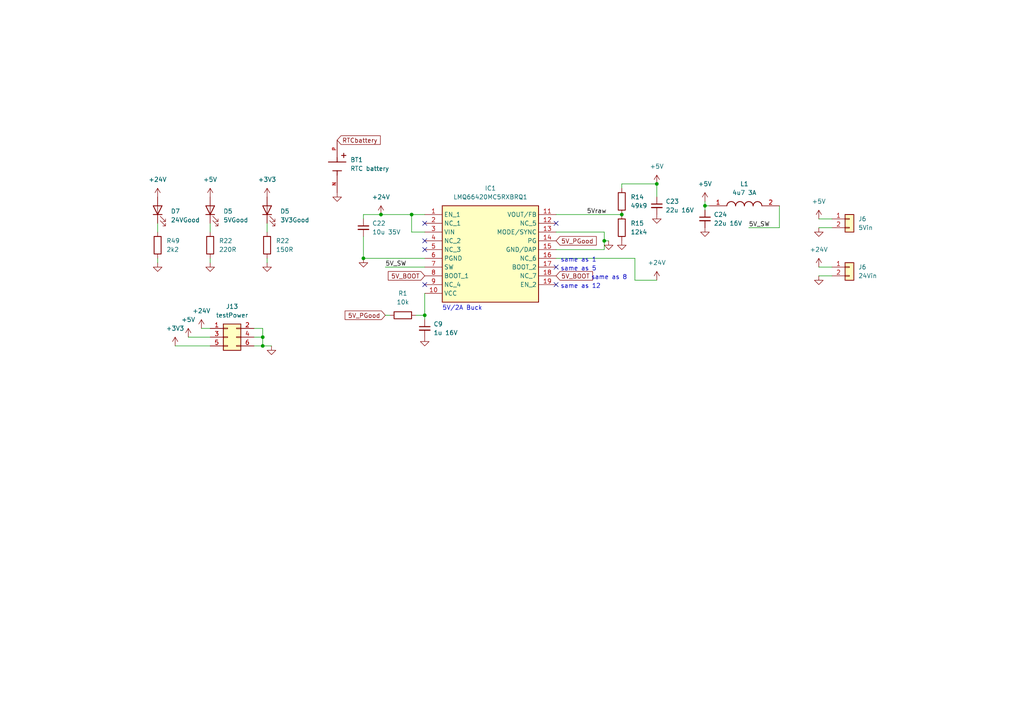
<source format=kicad_sch>
(kicad_sch (version 20230121) (generator eeschema)
  (paper "A4")
  (lib_symbols
    (symbol "Connector_Generic:Conn_01x02" (pin_names (offset 1.016) hide)
      (property "Reference" "J" (at 0 2.54 0))
      (property "Value" "Conn_01x02" (at 0 -5.08 0))
      (symbol "Conn_01x02_1_1"
        (rectangle (start -1.27 -2.413) (end 0 -2.667) (stroke (width 0.1524)))
        (rectangle (start -1.27 0.127) (end 0 -0.127) (stroke (width 0.1524)))
        (rectangle (start -1.27 1.27) (end 1.27 -3.81) (stroke (width 0.254)) (fill (type background)))
        (pin passive line (at -5.08 0 0) (length 3.81) (name "Pin_1") (number "1"))
        (pin passive line (at -5.08 -2.54 0) (length 3.81) (name "Pin_2") (number "2"))
      )
    )
    (symbol "Connector_Generic:Conn_02x03_Odd_Even" (pin_names (offset 1.016) hide)
      (property "Reference" "J" (at 1.27 5.08 0))
      (property "Value" "Conn_02x03_Odd_Even" (at 1.27 -5.08 0))
      (symbol "Conn_02x03_Odd_Even_1_1"
        (rectangle (start -1.27 -2.413) (end 0 -2.667) (stroke (width 0.1524)))
        (rectangle (start -1.27 0.127) (end 0 -0.127) (stroke (width 0.1524)))
        (rectangle (start -1.27 2.667) (end 0 2.413) (stroke (width 0.1524)))
        (rectangle (start -1.27 3.81) (end 3.81 -3.81) (stroke (width 0.254)) (fill (type background)))
        (rectangle (start 3.81 -2.413) (end 2.54 -2.667) (stroke (width 0.1524)))
        (rectangle (start 3.81 0.127) (end 2.54 -0.127) (stroke (width 0.1524)))
        (rectangle (start 3.81 2.667) (end 2.54 2.413) (stroke (width 0.1524)))
        (pin passive line (at -5.08 2.54 0) (length 3.81) (name "Pin_1") (number "1"))
        (pin passive line (at 7.62 2.54 180) (length 3.81) (name "Pin_2") (number "2"))
        (pin passive line (at -5.08 0 0) (length 3.81) (name "Pin_3") (number "3"))
        (pin passive line (at 7.62 0 180) (length 3.81) (name "Pin_4") (number "4"))
        (pin passive line (at -5.08 -2.54 0) (length 3.81) (name "Pin_5") (number "5"))
        (pin passive line (at 7.62 -2.54 180) (length 3.81) (name "Pin_6") (number "6"))
      )
    )
    (symbol "Device:C_Small" (pin_numbers hide) (pin_names (offset 0.254) hide)
      (property "Reference" "C" (at 0.254 1.778 0))
      (property "Value" "C_Small" (at 0.254 -2.032 0))
      (symbol "C_Small_0_1"
        (polyline (pts (xy -1.524 -0.508) (xy 1.524 -0.508)) (stroke (width 0.3302)))
        (polyline (pts (xy -1.524 0.508) (xy 1.524 0.508)) (stroke (width 0.3048)))
      )
      (symbol "C_Small_1_1"
        (pin passive line (at 0 2.54 270) (length 2.032) (name "~") (number "1"))
        (pin passive line (at 0 -2.54 90) (length 2.032) (name "~") (number "2"))
      )
    )
    (symbol "Device:LED" (pin_numbers hide) (pin_names (offset 1.016) hide)
      (property "Reference" "D" (at 0 2.54 0))
      (property "Value" "LED" (at 0 -2.54 0))
      (symbol "LED_0_1"
        (polyline (pts (xy -1.27 -1.27) (xy -1.27 1.27)) (stroke (width 0.254)))
        (polyline (pts (xy -1.27 0) (xy 1.27 0)))
        (polyline (pts (xy 1.27 -1.27) (xy 1.27 1.27) (xy -1.27 0) (xy 1.27 -1.27)) (stroke (width 0.254)))
        (polyline (pts (xy -3.048 -0.762) (xy -4.572 -2.286) (xy -3.81 -2.286) (xy -4.572 -2.286) (xy -4.572 -1.524)))
        (polyline (pts (xy -1.778 -0.762) (xy -3.302 -2.286) (xy -2.54 -2.286) (xy -3.302 -2.286) (xy -3.302 -1.524)))
      )
      (symbol "LED_1_1"
        (pin passive line (at -3.81 0 0) (length 2.54) (name "K") (number "1"))
        (pin passive line (at 3.81 0 180) (length 2.54) (name "A") (number "2"))
      )
    )
    (symbol "Device:R" (pin_numbers hide) (pin_names (offset 0))
      (property "Reference" "R" (at 2.032 0 90))
      (property "Value" "R" (at 0 0 90))
      (symbol "R_0_1"
        (rectangle (start -1.016 -2.54) (end 1.016 2.54) (stroke (width 0.254)))
      )
      (symbol "R_1_1"
        (pin passive line (at 0 3.81 270) (length 1.27) (name "~") (number "1"))
        (pin passive line (at 0 -3.81 90) (length 1.27) (name "~") (number "2"))
      )
    )
    (symbol "SamacSys_Parts:LMQ66420MC5RXBRQ1"
      (property "Reference" "IC" (at 34.29 7.62 0))
      (property "Value" "LMQ66420MC5RXBRQ1" (at 34.29 5.08 0))
      (symbol "LMQ66420MC5RXBRQ1_1_1"
        (rectangle (start 5.08 2.54) (end 33.02 -25.4) (stroke (width 0.254)) (fill (type background)))
        (pin passive line (at 0 0 0) (length 5.08) (name "EN_1") (number "1"))
        (pin passive line (at 0 -22.86 0) (length 5.08) (name "VCC") (number "10"))
        (pin passive line (at 38.1 0 180) (length 5.08) (name "VOUT/FB") (number "11"))
        (pin passive line (at 38.1 -2.54 180) (length 5.08) (name "NC_5") (number "12"))
        (pin passive line (at 38.1 -5.08 180) (length 5.08) (name "MODE/SYNC") (number "13"))
        (pin passive line (at 38.1 -7.62 180) (length 5.08) (name "PG") (number "14"))
        (pin passive line (at 38.1 -10.16 180) (length 5.08) (name "GND/DAP") (number "15"))
        (pin passive line (at 38.1 -12.7 180) (length 5.08) (name "NC_6") (number "16"))
        (pin passive line (at 38.1 -15.24 180) (length 5.08) (name "BOOT_2") (number "17"))
        (pin passive line (at 38.1 -17.78 180) (length 5.08) (name "NC_7") (number "18"))
        (pin passive line (at 38.1 -20.32 180) (length 5.08) (name "EN_2") (number "19"))
        (pin passive line (at 0 -2.54 0) (length 5.08) (name "NC_1") (number "2"))
        (pin passive line (at 0 -5.08 0) (length 5.08) (name "VIN") (number "3"))
        (pin passive line (at 0 -7.62 0) (length 5.08) (name "NC_2") (number "4"))
        (pin passive line (at 0 -10.16 0) (length 5.08) (name "NC_3") (number "5"))
        (pin passive line (at 0 -12.7 0) (length 5.08) (name "PGND") (number "6"))
        (pin passive line (at 0 -15.24 0) (length 5.08) (name "SW") (number "7"))
        (pin passive line (at 0 -17.78 0) (length 5.08) (name "BOOT_1") (number "8"))
        (pin passive line (at 0 -20.32 0) (length 5.08) (name "NC_4") (number "9"))
      )
    )
    (symbol "SamacSys_Parts:SRP5030WA-2R2M" (pin_names hide)
      (property "Reference" "L" (at 16.51 6.35 0))
      (property "Value" "SRP5030WA-2R2M" (at 16.51 3.81 0))
      (symbol "SRP5030WA-2R2M_1_1"
        (arc (start 7.62 0) (mid 6.35 1.219) (end 5.08 0) (stroke (width 0.254)))
        (arc (start 10.16 0) (mid 8.89 1.219) (end 7.62 0) (stroke (width 0.254)))
        (arc (start 12.7 0) (mid 11.43 1.219) (end 10.16 0) (stroke (width 0.254)))
        (arc (start 15.24 0) (mid 13.97 1.219) (end 12.7 0) (stroke (width 0.254)))
        (pin passive line (at 0 0 0) (length 5.08) (name "1") (number "1"))
        (pin passive line (at 20.32 0 180) (length 5.08) (name "2") (number "2"))
      )
    )
    (symbol "nturt_kicad_lib:1056" (pin_names (offset 1.016))
      (property "Reference" "BT" (at -3.81 3.81 0))
      (property "Value" "1056" (at -3.81 -5.08 0))
      (symbol "1056_0_0"
        (polyline (pts (xy -3.81 1.905) (xy -2.54 1.905)) (stroke (width 0.254)))
        (polyline (pts (xy -3.175 2.54) (xy -3.175 1.27)) (stroke (width 0.254)))
        (polyline (pts (xy -1.27 0) (xy -2.54 0)) (stroke (width 0.254)))
        (polyline (pts (xy -1.27 0) (xy -1.27 -2.54)) (stroke (width 0.254)))
        (polyline (pts (xy -1.27 2.54) (xy -1.27 0)) (stroke (width 0.254)))
        (polyline (pts (xy 1.27 0) (xy 1.27 -1.27)) (stroke (width 0.254)))
        (polyline (pts (xy 1.27 0) (xy 2.54 0)) (stroke (width 0.254)))
        (polyline (pts (xy 1.27 1.27) (xy 1.27 0)) (stroke (width 0.254)))
        (pin passive line (at 7.62 0 180) (length 5.08) (name "~") (number "N"))
        (pin passive line (at -7.62 0 0) (length 5.08) (name "~") (number "P"))
      )
    )
    (symbol "power:+24V" (power) (pin_names (offset 0))
      (property "Value" "+24V" (at 0 3.556 0))
      (symbol "+24V_0_1"
        (polyline (pts (xy -0.762 1.27) (xy 0 2.54)))
        (polyline (pts (xy 0 0) (xy 0 2.54)))
        (polyline (pts (xy 0 2.54) (xy 0.762 1.27)))
      )
      (symbol "+24V_1_1"
        (pin power_in line (at 0 0 90) (length 0) hide (name "+24V") (number "1"))
      )
    )
    (symbol "power:+3V3" (power) (pin_names (offset 0))
      (property "Value" "+3V3" (at 0 3.556 0))
      (symbol "+3V3_0_1"
        (polyline (pts (xy -0.762 1.27) (xy 0 2.54)))
        (polyline (pts (xy 0 0) (xy 0 2.54)))
        (polyline (pts (xy 0 2.54) (xy 0.762 1.27)))
      )
      (symbol "+3V3_1_1"
        (pin power_in line (at 0 0 90) (length 0) hide (name "+3V3") (number "1"))
      )
    )
    (symbol "power:+5V" (power) (pin_names (offset 0))
      (property "Value" "+5V" (at 0 3.556 0))
      (symbol "+5V_0_1"
        (polyline (pts (xy -0.762 1.27) (xy 0 2.54)))
        (polyline (pts (xy 0 0) (xy 0 2.54)))
        (polyline (pts (xy 0 2.54) (xy 0.762 1.27)))
      )
      (symbol "+5V_1_1"
        (pin power_in line (at 0 0 90) (length 0) hide (name "+5V") (number "1"))
      )
    )
    (symbol "power:GND" (power) (pin_names (offset 0))
      (property "Value" "GND" (at 0 -3.81 0))
      (symbol "GND_0_1"
        (polyline (pts (xy 0 0) (xy 0 -1.27) (xy 1.27 -1.27) (xy 0 -2.54) (xy -1.27 -1.27) (xy 0 -1.27)))
      )
      (symbol "GND_1_1"
        (pin power_in line (at 0 0 270) (length 0) hide (name "GND") (number "1"))
      )
    )
  )
  (junction (at 105.41 74.93))
  (junction (at 76.2 97.79))
  (junction (at 119.38 62.23))
  (junction (at 110.49 62.23))
  (junction (at 180.34 62.23))
  (junction (at 204.47 59.69))
  (junction (at 123.19 91.44))
  (junction (at 175.26 69.85))
  (junction (at 190.5 53.34))
  (junction (at 76.2 100.33))
  (no_connect (at 123.19 64.77))
  (no_connect (at 123.19 72.39))
  (no_connect (at 161.29 82.55))
  (no_connect (at 161.29 64.77))
  (no_connect (at 123.19 82.55))
  (no_connect (at 123.19 69.85))
  (no_connect (at 161.29 77.47))
  (wire (pts (xy 119.38 62.23) (xy 123.19 62.23)))
  (wire (pts (xy 226.06 66.04) (xy 226.06 59.69)))
  (wire (pts (xy 54.61 97.79) (xy 60.96 97.79)))
  (wire (pts (xy 180.34 53.34) (xy 180.34 54.61)))
  (wire (pts (xy 45.72 67.31) (xy 45.72 64.77)))
  (wire (pts (xy 217.17 66.04) (xy 226.06 66.04)))
  (wire (pts (xy 73.66 95.25) (xy 76.2 95.25)))
  (wire (pts (xy 237.49 77.47) (xy 241.3 77.47)))
  (wire (pts (xy 105.41 62.23) (xy 110.49 62.23)))
  (wire (pts (xy 105.41 63.5) (xy 105.41 62.23)))
  (wire (pts (xy 76.2 100.33) (xy 73.66 100.33)))
  (wire (pts (xy 73.66 97.79) (xy 76.2 97.79)))
  (wire (pts (xy 110.49 62.23) (xy 119.38 62.23)))
  (wire (pts (xy 111.76 77.47) (xy 123.19 77.47)))
  (wire (pts (xy 237.49 80.01) (xy 241.3 80.01)))
  (wire (pts (xy 161.29 62.23) (xy 180.34 62.23)))
  (wire (pts (xy 58.42 95.25) (xy 60.96 95.25)))
  (wire (pts (xy 175.26 69.85) (xy 175.26 72.39)))
  (wire (pts (xy 175.26 67.31) (xy 175.26 69.85)))
  (wire (pts (xy 78.74 100.33) (xy 76.2 100.33)))
  (wire (pts (xy 105.41 74.93) (xy 123.19 74.93)))
  (wire (pts (xy 123.19 67.31) (xy 119.38 67.31)))
  (wire (pts (xy 60.96 76.2) (xy 60.96 74.93)))
  (wire (pts (xy 161.29 72.39) (xy 175.26 72.39)))
  (wire (pts (xy 205.74 59.69) (xy 204.47 59.69)))
  (wire (pts (xy 190.5 53.34) (xy 180.34 53.34)))
  (wire (pts (xy 60.96 67.31) (xy 60.96 64.77)))
  (wire (pts (xy 77.47 76.2) (xy 77.47 74.93)))
  (wire (pts (xy 190.5 81.28) (xy 184.15 81.28)))
  (wire (pts (xy 184.15 74.93) (xy 161.29 74.93)))
  (wire (pts (xy 105.41 68.58) (xy 105.41 74.93)))
  (wire (pts (xy 123.19 91.44) (xy 123.19 92.71)))
  (wire (pts (xy 76.2 97.79) (xy 76.2 100.33)))
  (wire (pts (xy 120.65 91.44) (xy 123.19 91.44)))
  (wire (pts (xy 77.47 67.31) (xy 77.47 64.77)))
  (wire (pts (xy 237.49 63.5) (xy 241.3 63.5)))
  (wire (pts (xy 119.38 67.31) (xy 119.38 62.23)))
  (wire (pts (xy 190.5 53.34) (xy 190.5 57.15)))
  (wire (pts (xy 50.8 100.33) (xy 60.96 100.33)))
  (wire (pts (xy 237.49 66.04) (xy 241.3 66.04)))
  (wire (pts (xy 184.15 81.28) (xy 184.15 74.93)))
  (wire (pts (xy 161.29 67.31) (xy 175.26 67.31)))
  (wire (pts (xy 123.19 85.09) (xy 123.19 91.44)))
  (wire (pts (xy 111.76 91.44) (xy 113.03 91.44)))
  (wire (pts (xy 76.2 95.25) (xy 76.2 97.79)))
  (wire (pts (xy 45.72 76.2) (xy 45.72 74.93)))
  (wire (pts (xy 204.47 58.42) (xy 204.47 59.69)))
  (wire (pts (xy 204.47 60.96) (xy 204.47 59.69)))
  (wire (pts (xy 176.53 69.85) (xy 175.26 69.85)))
  (text "same as 12" (at 162.56 83.82 0) (effects (font (size 1.27 1.27)) (justify left bottom)))
  (text "same as 8" (at 171.45 81.28 0) (effects (font (size 1.27 1.27)) (justify left bottom)))
  (text "5V/2A Buck" (at 128.27 90.17 0) (effects (font (size 1.27 1.27)) (justify left bottom)))
  (text "same as 1" (at 162.56 76.2 0) (effects (font (size 1.27 1.27)) (justify left bottom)))
  (text "same as 5" (at 162.56 78.74 0) (effects (font (size 1.27 1.27)) (justify left bottom)))
  (label "5V_SW" (at 111.76 77.47 0))
  (label "5Vraw" (at 170.18 62.23 0))
  (label "5V_SW" (at 217.17 66.04 0))
  (global_label "5V_BOOT" (shape input) (at 123.19 80.01 180) (property "Intersheetrefs" "${INTERSHEET_REFS}" (effects hide)))
  (global_label "5V_PGood" (shape input) (at 111.76 91.44 180) (property "Intersheetrefs" "${INTERSHEET_REFS}" (effects hide)))
  (global_label "RTCbattery" (shape input) (at 97.79 40.64 0) (property "Intersheetrefs" "${INTERSHEET_REFS}" (effects hide)))
  (global_label "5V_PGood" (shape input) (at 161.29 69.85 0) (property "Intersheetrefs" "${INTERSHEET_REFS}" (effects hide)))
  (global_label "5V_BOOT" (shape input) (at 161.29 80.01 0) (property "Intersheetrefs" "${INTERSHEET_REFS}" (effects hide)))
  (symbol (lib_id "power:GND") (at 237.49 66.04 0) (mirror y) (unit 1)
    (property "Reference" "#PWR036" (effects hide))
    (property "Value" "GND" (effects hide))
    (instances (project "rearbox_nucleo_1" (path "" (reference "#PWR036") (unit 1)) (path "" (reference "#PWR039") (unit 1))) (project "RpiHat" (path "" (reference "#PWR06") (unit 1)) (path "" (reference "#PWR017") (unit 1))))
  )
  (symbol (lib_id "power:GND") (at 176.53 69.85 0) (unit 1)
    (property "Reference" "#PWR079" (effects hide))
    (property "Value" "GND" (effects hide))
    (instances (project "rearbox_nucleo_1" (path "" (reference "#PWR079") (unit 1))) (project "RpiHat" (path "" (reference "#PWR033") (unit 1)) (path "" (reference "#PWR018") (unit 1))) (project "BMS_MASTER_STM32F105RC" (path "" (reference "#PWR023") (unit 1))) (project "power board" (path "" (reference "#PWR011") (unit 1)) (path "" (reference "#PWR012") (unit 1))))
  )
  (symbol (lib_id "power:GND") (at 105.41 74.93 0) (unit 1)
    (property "Reference" "#PWR024" (effects hide))
    (property "Value" "GND" (effects hide))
    (instances (project "rearbox_nucleo_1" (path "" (reference "#PWR024") (unit 1))) (project "RpiHat" (path "" (reference "#PWR035") (unit 1)) (path "" (reference "#PWR020") (unit 1))) (project "BMS_MASTER_STM32F105RC" (path "" (reference "#PWR018") (unit 1))) (project "power board" (path "" (reference "#PWR014") (unit 1)) (path "" (reference "#PWR014") (unit 1))))
  )
  (symbol (lib_id "power:+5V") (at 237.49 63.5 0) (unit 1)
    (property "Reference" "#PWR038" (effects hide))
    (property "Value" "+5V" (at 237.49 58.42 0))
    (instances (project "rearbox_nucleo_1" (path "" (reference "#PWR038") (unit 1))) (project "RpiHat" (path "" (reference "#PWR029") (unit 1)) (path "" (reference "#PWR015") (unit 1))) (project "BMS_MASTER_STM32F105RC" (path "" (reference "#PWR026") (unit 1))) (project "power board" (path "" (reference "#PWR04") (unit 1)) (path "" (reference "#PWR04") (unit 1))))
  )
  (symbol (lib_id "power:GND") (at 77.47 76.2 0) (unit 1)
    (property "Reference" "#PWR0104" (effects hide))
    (property "Value" "GND" (effects hide))
    (instances (project "rearbox_nucleo_1" (path "" (reference "#PWR0104") (unit 1)) (path "" (reference "#PWR0128") (unit 1))) (project "RpiHat" (path "" (reference "#PWR016") (unit 1)) (path "" (reference "#PWR029") (unit 1))) (project "BMS_MASTER_STM32F105RC" (path "" (reference "#PWR080") (unit 1))))
  )
  (symbol (lib_id "Device:R") (at 77.47 71.12 0) (unit 1)
    (property "Reference" "R22" (at 80.01 69.85 0) (effects (justify left)))
    (property "Value" "150R" (at 80.01 72.39 0) (effects (justify left)))
    (property "Footprint" "Resistor_SMD:R_0603_1608Metric" (effects hide))
    (instances (project "rearbox_nucleo_1" (path "" (reference "R22") (unit 1)) (path "" (reference "R23") (unit 1))) (project "RpiHat" (path "" (reference "R3") (unit 1)) (path "" (reference "R7") (unit 1))) (project "BMS_MASTER_STM32F105RC" (path "" (reference "R17") (unit 1))))
  )
  (symbol (lib_id "power:+5V") (at 190.5 53.34 0) (unit 1)
    (property "Reference" "#PWR095" (effects hide))
    (property "Value" "+5V" (at 190.5 48.26 0))
    (instances (project "rearbox_nucleo_1" (path "" (reference "#PWR095") (unit 1))) (project "RpiHat" (path "" (reference "#PWR028") (unit 1)) (path "" (reference "#PWR04") (unit 1))) (project "BMS_MASTER_STM32F105RC" (path "" (reference "#PWR026") (unit 1))) (project "power board" (path "" (reference "#PWR01") (unit 1)) (path "" (reference "#PWR01") (unit 1))))
  )
  (symbol (lib_id "power:+24V") (at 45.72 57.15 0) (unit 1)
    (property "Reference" "#PWR0107" (effects hide))
    (property "Value" "+24V" (at 45.72 52.07 0))
    (instances (project "rearbox_nucleo_1" (path "" (reference "#PWR0107") (unit 1)) (path "" (reference "#PWR0100") (unit 1)) (path "" (reference "#PWR018") (unit 1))) (project "RpiHat" (path "" (reference "#PWR011") (unit 1)) (path "" (reference "#PWR05") (unit 1))))
  )
  (symbol (lib_id "power:+24V") (at 110.49 62.23 0) (unit 1)
    (property "Reference" "#PWR0107" (effects hide))
    (property "Value" "+24V" (at 110.49 57.15 0))
    (instances (project "rearbox_nucleo_1" (path "" (reference "#PWR0107") (unit 1)) (path "" (reference "#PWR019") (unit 1))) (project "RpiHat" (path "" (reference "#PWR030") (unit 1)) (path "" (reference "#PWR013") (unit 1))) (project "power board" (path "" (reference "#PWR06") (unit 1)) (path "" (reference "#PWR06") (unit 1))))
  )
  (symbol (lib_id "power:+5V") (at 204.47 58.42 0) (unit 1)
    (property "Reference" "#PWR038" (effects hide))
    (property "Value" "+5V" (at 204.47 53.34 0))
    (instances (project "rearbox_nucleo_1" (path "" (reference "#PWR038") (unit 1))) (project "RpiHat" (path "" (reference "#PWR029") (unit 1)) (path "" (reference "#PWR011") (unit 1))) (project "BMS_MASTER_STM32F105RC" (path "" (reference "#PWR026") (unit 1))) (project "power board" (path "" (reference "#PWR04") (unit 1)) (path "" (reference "#PWR04") (unit 1))))
  )
  (symbol (lib_id "power:GND") (at 180.34 69.85 0) (unit 1)
    (property "Reference" "#PWR087" (effects hide))
    (property "Value" "GND" (effects hide))
    (instances (project "rearbox_nucleo_1" (path "" (reference "#PWR087") (unit 1))) (project "RpiHat" (path "" (reference "#PWR034") (unit 1)) (path "" (reference "#PWR019") (unit 1))) (project "BMS_MASTER_STM32F105RC" (path "" (reference "#PWR020") (unit 1))) (project "power board" (path "" (reference "#PWR012") (unit 1)) (path "" (reference "#PWR013") (unit 1))))
  )
  (symbol (lib_id "Device:C_Small") (at 190.5 59.69 0) (unit 1)
    (property "Reference" "C23" (at 193.04 58.4263 0) (effects (justify left)))
    (property "Value" "22u 16V" (at 193.04 60.9663 0) (effects (justify left)))
    (property "Footprint" "Capacitor_SMD:C_1206_3216Metric" (effects hide))
    (instances (project "rearbox_nucleo_1" (path "" (reference "C23") (unit 1))) (project "RpiHat" (path "" (reference "C4") (unit 1)) (path "" (reference "C4") (unit 1))) (project "power board" (path "" (reference "C4") (unit 1)) (path "" (reference "C4") (unit 1))))
  )
  (symbol (lib_id "power:GND") (at 97.79 55.88 0) (unit 1)
    (property "Reference" "#PWR088" (effects hide))
    (property "Value" "GND" (effects hide))
    (instances (project "rearbox_nucleo_1" (path "" (reference "#PWR088") (unit 1))) (project "RpiHat" (path "" (reference "#PWR021") (unit 1)) (path "" (reference "#PWR012") (unit 1))))
  )
  (symbol (lib_id "Device:LED") (at 60.96 60.96 90) (unit 1)
    (property "Reference" "D5" (at 64.77 61.2775 90) (effects (justify right)))
    (property "Value" "5VGood" (at 64.77 63.8175 90) (effects (justify right)))
    (property "Footprint" "LED_SMD:LED_0603_1608Metric" (effects hide))
    (instances (project "rearbox_nucleo_1" (path "" (reference "D5") (unit 1)) (path "" (reference "D7") (unit 1))) (project "RpiHat" (path "" (reference "D3") (unit 1)) (path "" (reference "D3") (unit 1))) (project "BMS_MASTER_STM32F105RC" (path "" (reference "D1") (unit 1))))
  )
  (symbol (lib_id "power:+3V3") (at 50.8 100.33 0) (unit 1)
    (property "Reference" "#PWR014" (effects hide))
    (property "Value" "+3V3" (at 50.8 95.25 0))
    (instances (project "rearbox_nucleo_1" (path "" (reference "#PWR014") (unit 1))) (project "RpiHat" (path "" (reference "#PWR019") (unit 1)) (path "" (reference "#PWR036") (unit 1))))
  )
  (symbol (lib_id "power:+24V") (at 237.49 77.47 0) (mirror y) (unit 1)
    (property "Reference" "#PWR035" (effects hide))
    (property "Value" "+24V" (at 237.49 72.39 0))
    (instances (project "rearbox_nucleo_1" (path "" (reference "#PWR035") (unit 1)) (path "" (reference "#PWR040") (unit 1))) (project "RpiHat" (path "" (reference "#PWR05") (unit 1)) (path "" (reference "#PWR030") (unit 1))))
  )
  (symbol (lib_id "power:GND") (at 190.5 62.23 0) (unit 1)
    (property "Reference" "#PWR096" (effects hide))
    (property "Value" "GND" (effects hide))
    (instances (project "rearbox_nucleo_1" (path "" (reference "#PWR096") (unit 1))) (project "RpiHat" (path "" (reference "#PWR031") (unit 1)) (path "" (reference "#PWR014") (unit 1))) (project "BMS_MASTER_STM32F105RC" (path "" (reference "#PWR025") (unit 1))) (project "power board" (path "" (reference "#PWR013") (unit 1)) (path "" (reference "#PWR010") (unit 1))))
  )
  (symbol (lib_id "SamacSys_Parts:SRP5030WA-2R2M") (at 205.74 59.69 0) (unit 1)
    (property "Reference" "L1" (at 215.9 53.34 0))
    (property "Value" "4u7 3A" (at 215.9 55.88 0))
    (property "Footprint" "SamacSys_Parts:INDPM5552X300N" (effects hide))
    (property "Datasheet" "https://g.componentsearchengine.com/Datasheets/0/17601779.pdf" (effects hide))
    (property "Height" "3" (effects hide))
    (property "Mouser Part Number" "652-SRP5030WA-2R2M" (effects hide))
    (property "Mouser Price/Stock" "https://www.mouser.co.uk/ProductDetail/Bourns/SRP5030WA-2R2M?qs=9vOqFld9vZVq3RBIMMlcwg%3D%3D" (effects hide))
    (property "Manufacturer_Name" "Bourns" (effects hide))
    (property "Manufacturer_Part_Number" "SRP5030WA-2R2M" (effects hide))
  )
  (symbol (lib_id "Device:R") (at 45.72 71.12 0) (unit 1)
    (property "Reference" "R49" (at 48.26 69.85 0) (effects (justify left)))
    (property "Value" "2k2" (at 48.26 72.39 0) (effects (justify left)))
    (property "Footprint" "Resistor_SMD:R_0805_2012Metric" (effects hide))
    (instances (project "rearbox_nucleo_1" (path "" (reference "R49") (unit 1)) (path "" (reference "R21") (unit 1))) (project "RpiHat" (path "" (reference "R1") (unit 1)) (path "" (reference "R3") (unit 1))) (project "BMS_MASTER_STM32F105RC" (path "" (reference "R17") (unit 1))))
  )
  (symbol (lib_id "Device:R") (at 180.34 66.04 0) (unit 1)
    (property "Reference" "R15" (at 182.88 64.77 0) (effects (justify left)))
    (property "Value" "12k4" (at 182.88 67.31 0) (effects (justify left)))
    (property "Footprint" "Resistor_SMD:R_0603_1608Metric" (effects hide))
    (instances (project "rearbox_nucleo_1" (path "" (reference "R15") (unit 1))) (project "RpiHat" (path "" (reference "R7") (unit 1)) (path "" (reference "R2") (unit 1))) (project "BMS_MASTER_STM32F105RC" (path "" (reference "R2") (unit 1))) (project "power board" (path "" (reference "R4") (unit 1)) (path "" (reference "R4") (unit 1))))
  )
  (symbol (lib_id "power:GND") (at 123.19 97.79 0) (unit 1)
    (property "Reference" "#PWR067" (effects hide))
    (property "Value" "GND" (effects hide))
    (instances (project "rearbox_nucleo_1" (path "" (reference "#PWR067") (unit 1))) (project "RpiHat" (path "" (reference "#PWR037") (unit 1)) (path "" (reference "#PWR035") (unit 1))) (project "BMS_MASTER_STM32F105RC" (path "" (reference "#PWR017") (unit 1))) (project "power board" (path "" (reference "#PWR021") (unit 1)) (path "" (reference "#PWR021") (unit 1))))
  )
  (symbol (lib_id "power:GND") (at 45.72 76.2 0) (unit 1)
    (property "Reference" "#PWR093" (effects hide))
    (property "Value" "GND" (effects hide))
    (instances (project "rearbox_nucleo_1" (path "" (reference "#PWR093") (unit 1)) (path "" (reference "#PWR023") (unit 1))) (project "RpiHat" (path "" (reference "#PWR014") (unit 1)) (path "" (reference "#PWR021") (unit 1))) (project "BMS_MASTER_STM32F105RC" (path "" (reference "#PWR080") (unit 1))))
  )
  (symbol (lib_id "Device:LED") (at 77.47 60.96 90) (unit 1)
    (property "Reference" "D5" (at 81.28 61.2775 90) (effects (justify right)))
    (property "Value" "3V3Good" (at 81.28 63.8175 90) (effects (justify right)))
    (property "Footprint" "LED_SMD:LED_0603_1608Metric" (effects hide))
    (instances (project "rearbox_nucleo_1" (path "" (reference "D5") (unit 1)) (path "" (reference "D9") (unit 1))) (project "RpiHat" (path "" (reference "D4") (unit 1)) (path "" (reference "D4") (unit 1))) (project "BMS_MASTER_STM32F105RC" (path "" (reference "D1") (unit 1))))
  )
  (symbol (lib_id "power:GND") (at 60.96 76.2 0) (unit 1)
    (property "Reference" "#PWR0104" (effects hide))
    (property "Value" "GND" (effects hide))
    (instances (project "rearbox_nucleo_1" (path "" (reference "#PWR0104") (unit 1)) (path "" (reference "#PWR0100") (unit 1))) (project "RpiHat" (path "" (reference "#PWR015") (unit 1)) (path "" (reference "#PWR028") (unit 1))) (project "BMS_MASTER_STM32F105RC" (path "" (reference "#PWR080") (unit 1))))
  )
  (symbol (lib_id "power:+24V") (at 58.42 95.25 0) (unit 1)
    (property "Reference" "#PWR015" (effects hide))
    (property "Value" "+24V" (at 58.42 90.17 0))
    (instances (project "rearbox_nucleo_1" (path "" (reference "#PWR015") (unit 1))) (project "RpiHat" (path "" (reference "#PWR017") (unit 1)) (path "" (reference "#PWR033") (unit 1))))
  )
  (symbol (lib_id "Connector_Generic:Conn_01x02") (at 246.38 77.47 0) (unit 1)
    (property "Reference" "J6" (at 248.92 77.47 0) (effects (justify left)))
    (property "Value" "24Vin" (at 248.92 80.01 0) (effects (justify left)))
    (property "Footprint" "Connector_JST:JST_XH_S2B-XH-A_1x02_P2.50mm_Horizontal" (effects hide))
    (instances (project "rearbox_nucleo_1" (path "" (reference "J6") (unit 1)) (path "" (reference "J6") (unit 1))) (project "RpiHat" (path "" (reference "J4") (unit 1)) (path "" (reference "J4") (unit 1))))
  )
  (symbol (lib_id "Device:R") (at 180.34 58.42 0) (unit 1)
    (property "Reference" "R14" (at 182.88 57.15 0) (effects (justify left)))
    (property "Value" "49k9" (at 182.88 59.69 0) (effects (justify left)))
    (property "Footprint" "Resistor_SMD:R_0603_1608Metric" (effects hide))
    (instances (project "rearbox_nucleo_1" (path "" (reference "R14") (unit 1))) (project "RpiHat" (path "" (reference "R6") (unit 1)) (path "" (reference "R1") (unit 1))) (project "BMS_MASTER_STM32F105RC" (path "" (reference "R1") (unit 1))) (project "power board" (path "" (reference "R1") (unit 1)) (path "" (reference "R1") (unit 1))))
  )
  (symbol (lib_id "nturt_kicad_lib:1056") (at 97.79 48.26 270) (unit 1)
    (property "Reference" "BT1" (at 101.6 46.355 90) (effects (justify left)))
    (property "Value" "RTC battery" (at 101.6 48.895 90) (effects (justify left)))
    (property "Footprint" "nturt_kicad_lib:BAT_1056" (effects hide))
    (property "PARTREV" "D" (effects hide))
    (property "STANDARD" "Manufacturer Recommendations" (effects hide))
    (property "SNAPEDA_PN" "1056" (effects hide))
    (property "MAXIMUM_PACKAGE_HEIGHT" "3.99mm" (effects hide))
    (property "MANUFACTURER" "Keystone" (effects hide))
  )
  (symbol (lib_id "Connector_Generic:Conn_01x02") (at 246.38 63.5 0) (unit 1)
    (property "Reference" "J6" (at 248.92 63.5 0) (effects (justify left)))
    (property "Value" "5Vin" (at 248.92 66.04 0) (effects (justify left)))
    (property "Footprint" "Connector_JST:JST_XH_S2B-XH-A_1x02_P2.50mm_Horizontal" (effects hide))
    (instances (project "rearbox_nucleo_1" (path "" (reference "J6") (unit 1)) (path "" (reference "J6") (unit 1))) (project "RpiHat" (path "" (reference "J3") (unit 1)) (path "" (reference "J3") (unit 1))))
  )
  (symbol (lib_id "power:GND") (at 78.74 100.33 0) (unit 1)
    (property "Reference" "#PWR011" (effects hide))
    (property "Value" "GND" (effects hide))
    (instances (project "rearbox_nucleo_1" (path "" (reference "#PWR011") (unit 1))) (project "RpiHat" (path "" (reference "#PWR020") (unit 1)) (path "" (reference "#PWR037") (unit 1))))
  )
  (symbol (lib_id "power:+5V") (at 54.61 97.79 0) (unit 1)
    (property "Reference" "#PWR010" (effects hide))
    (property "Value" "+5V" (at 54.61 92.71 0))
    (instances (project "rearbox_nucleo_1" (path "" (reference "#PWR010") (unit 1))) (project "RpiHat" (path "" (reference "#PWR018") (unit 1)) (path "" (reference "#PWR034") (unit 1))))
  )
  (symbol (lib_id "SamacSys_Parts:LMQ66420MC5RXBRQ1") (at 123.19 62.23 0) (unit 1)
    (property "Reference" "IC1" (at 142.24 54.61 0))
    (property "Value" "LMQ66420MC5RXBRQ1" (at 142.24 57.15 0))
    (property "Footprint" "SamacSys_Parts:LMR66430R5RXBR" (effects hide))
    (property "Datasheet" "https://www.ti.com/lit/gpn/lmq66420-q1?HQS=ti-null-null-sf-df-pf-sep-wwe&DCM=yes?hkey=EF798316E3902B6ED9A73243A3159BB0" (effects hide))
    (property "Height" "1.05" (effects hide))
    (property "Manufacturer_Name" "Texas Instruments" (effects hide))
    (property "Manufacturer_Part_Number" "LMQ66420MC5RXBRQ1" (effects hide))
    (property "Mouser Part Number" "595-MQ66420MC5RXBRQ1" (effects hide))
    (property "Mouser Price/Stock" "https://www.mouser.co.uk/ProductDetail/Texas-Instruments/LMQ66420MC5RXBRQ1?qs=1Kr7Jg1SGW%2FJb4To9Gytbg%3D%3D" (effects hide))
  )
  (symbol (lib_id "power:GND") (at 237.49 80.01 0) (mirror y) (unit 1)
    (property "Reference" "#PWR036" (effects hide))
    (property "Value" "GND" (effects hide))
    (instances (project "rearbox_nucleo_1" (path "" (reference "#PWR036") (unit 1)) (path "" (reference "#PWR039") (unit 1))) (project "RpiHat" (path "" (reference "#PWR07") (unit 1)) (path "" (reference "#PWR031") (unit 1))))
  )
  (symbol (lib_id "Device:R") (at 60.96 71.12 0) (unit 1)
    (property "Reference" "R22" (at 63.5 69.85 0) (effects (justify left)))
    (property "Value" "220R" (at 63.5 72.39 0) (effects (justify left)))
    (property "Footprint" "Resistor_SMD:R_0603_1608Metric" (effects hide))
    (instances (project "rearbox_nucleo_1" (path "" (reference "R22") (unit 1)) (path "" (reference "R22") (unit 1))) (project "RpiHat" (path "" (reference "R2") (unit 1)) (path "" (reference "R6") (unit 1))) (project "BMS_MASTER_STM32F105RC" (path "" (reference "R17") (unit 1))))
  )
  (symbol (lib_id "power:GND") (at 204.47 66.04 0) (unit 1)
    (property "Reference" "#PWR089" (effects hide))
    (property "Value" "GND" (effects hide))
    (instances (project "rearbox_nucleo_1" (path "" (reference "#PWR089") (unit 1))) (project "RpiHat" (path "" (reference "#PWR032") (unit 1)) (path "" (reference "#PWR016") (unit 1))) (project "BMS_MASTER_STM32F105RC" (path "" (reference "#PWR022") (unit 1))) (project "power board" (path "" (reference "#PWR010") (unit 1)) (path "" (reference "#PWR011") (unit 1))))
  )
  (symbol (lib_id "power:+5V") (at 60.96 57.15 0) (unit 1)
    (property "Reference" "#PWR018" (effects hide))
    (property "Value" "+5V" (at 60.96 52.07 0))
    (instances (project "rearbox_nucleo_1" (path "" (reference "#PWR018") (unit 1)) (path "" (reference "#PWR093") (unit 1))) (project "RpiHat" (path "" (reference "#PWR012") (unit 1)) (path "" (reference "#PWR06") (unit 1))) (project "BMS_MASTER_STM32F105RC" (path "" (reference "#PWR026") (unit 1))))
  )
  (symbol (lib_id "power:+3V3") (at 77.47 57.15 0) (unit 1)
    (property "Reference" "#PWR0104" (effects hide))
    (property "Value" "+3V3" (at 77.47 52.07 0))
    (instances (project "rearbox_nucleo_1" (path "" (reference "#PWR0104") (unit 1))) (project "RpiHat" (path "" (reference "#PWR013") (unit 1)) (path "" (reference "#PWR07") (unit 1))))
  )
  (symbol (lib_id "Device:C_Small") (at 105.41 66.04 0) (unit 1)
    (property "Reference" "C22" (at 107.95 64.7763 0) (effects (justify left)))
    (property "Value" "10u 35V" (at 107.95 67.3163 0) (effects (justify left)))
    (property "Footprint" "Capacitor_SMD:C_1206_3216Metric" (effects hide))
    (instances (project "rearbox_nucleo_1" (path "" (reference "C22") (unit 1))) (project "RpiHat" (path "" (reference "C6") (unit 1)) (path "" (reference "C6") (unit 1))) (project "power board" (path "" (reference "C2") (unit 1)) (path "" (reference "C2") (unit 1))))
  )
  (symbol (lib_id "Device:C_Small") (at 123.19 95.25 0) (unit 1)
    (property "Reference" "C9" (at 125.73 93.9863 0) (effects (justify left)))
    (property "Value" "1u 16V" (at 125.73 96.5263 0) (effects (justify left)))
    (property "Footprint" "Capacitor_SMD:C_0805_2012Metric" (effects hide))
    (instances (project "rearbox_nucleo_1" (path "" (reference "C9") (unit 1))) (project "RpiHat" (path "" (reference "C7") (unit 1)) (path "" (reference "C7") (unit 1))) (project "power board" (path "" (reference "C6") (unit 1)) (path "" (reference "C6") (unit 1))))
  )
  (symbol (lib_id "Device:R") (at 116.84 91.44 90) (unit 1)
    (property "Reference" "R1" (at 116.84 85.09 90))
    (property "Value" "10k" (at 116.84 87.63 90))
    (property "Footprint" "Resistor_SMD:R_0603_1608Metric" (effects hide))
    (instances (project "rearbox_nucleo_1" (path "" (reference "R1") (unit 1))) (project "RpiHat" (path "" (reference "R8") (unit 1)) (path "" (reference "R8") (unit 1))) (project "BMS_MASTER_STM32F105RC" (path "" (reference "R3") (unit 1))) (project "power board" (path "" (reference "R9") (unit 1)) (path "" (reference "R9") (unit 1))))
  )
  (symbol (lib_id "power:+24V") (at 190.5 81.28 0) (unit 1)
    (property "Reference" "#PWR0107" (effects hide))
    (property "Value" "+24V" (at 190.5 76.2 0))
    (instances (project "rearbox_nucleo_1" (path "" (reference "#PWR0107") (unit 1)) (path "" (reference "#PWR091") (unit 1))) (project "RpiHat" (path "" (reference "#PWR036") (unit 1)) (path "" (reference "#PWR032") (unit 1))) (project "power board" (path "" (reference "#PWR019") (unit 1)) (path "" (reference "#PWR019") (unit 1))))
  )
  (symbol (lib_id "Device:C_Small") (at 204.47 63.5 0) (unit 1)
    (property "Reference" "C24" (at 207.01 62.2363 0) (effects (justify left)))
    (property "Value" "22u 16V" (at 207.01 64.7763 0) (effects (justify left)))
    (property "Footprint" "Capacitor_SMD:C_1206_3216Metric" (effects hide))
    (instances (project "rearbox_nucleo_1" (path "" (reference "C24") (unit 1))) (project "RpiHat" (path "" (reference "C5") (unit 1)) (path "" (reference "C5") (unit 1))) (project "power board" (path "" (reference "C3") (unit 1)) (path "" (reference "C3") (unit 1))))
  )
  (symbol (lib_id "Connector_Generic:Conn_02x03_Odd_Even") (at 66.04 97.79 0) (unit 1) (in_bom no)
    (property "Reference" "J13" (at 67.31 88.9 0))
    (property "Value" "testPower" (at 67.31 91.44 0))
    (property "Footprint" "Connector_PinHeader_2.54mm:PinHeader_2x03_P2.54mm_Vertical" (effects hide))
    (instances (project "rearbox_nucleo_1" (path "" (reference "J13") (unit 1))) (project "RpiHat" (path "" (reference "J7") (unit 1)) (path "" (reference "J7") (unit 1))))
  )
  (symbol (lib_id "Device:LED") (at 45.72 60.96 90) (unit 1)
    (property "Reference" "D7" (at 49.53 61.2775 90) (effects (justify right)))
    (property "Value" "24VGood" (at 49.53 63.8175 90) (effects (justify right)))
    (property "Footprint" "LED_SMD:LED_0603_1608Metric" (effects hide))
    (instances (project "rearbox_nucleo_1" (path "" (reference "D7") (unit 1)) (path "" (reference "D5") (unit 1))) (project "RpiHat" (path "" (reference "D2") (unit 1)) (path "" (reference "D2") (unit 1))) (project "BMS_MASTER_STM32F105RC" (path "" (reference "D1") (unit 1))))
  )
)
</source>
